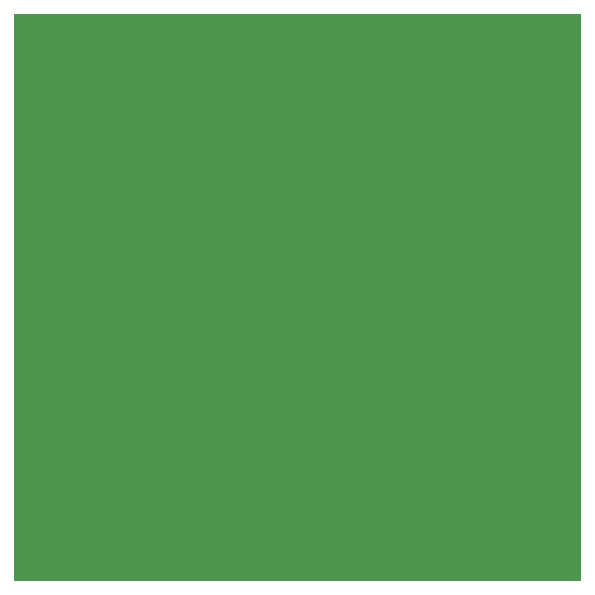
<source format=gbl>
G04*
G04 #@! TF.GenerationSoftware,Altium Limited,Altium Designer,24.5.2 (23)*
G04*
G04 Layer_Physical_Order=2*
G04 Layer_Color=16711680*
%FSLAX25Y25*%
%MOIN*%
G70*
G04*
G04 #@! TF.SameCoordinates,1BA70C70-AC76-4000-BBC4-16FF1EE58307*
G04*
G04*
G04 #@! TF.FilePolarity,Positive*
G04*
G01*
G75*
%ADD15R,0.16000X0.07000*%
%ADD24C,0.02400*%
G36*
X192913Y3937D02*
X3937D01*
Y192913D01*
X192913D01*
Y3937D01*
D02*
G37*
D15*
X157480Y183228D02*
D03*
Y163228D02*
D03*
X19685D02*
D03*
Y183228D02*
D03*
Y84488D02*
D03*
Y104488D02*
D03*
X153543D02*
D03*
Y84488D02*
D03*
D24*
X64622Y23685D02*
D03*
Y15685D02*
D03*
X59622Y23685D02*
D03*
Y15685D02*
D03*
X54622Y23685D02*
D03*
Y15685D02*
D03*
X49622Y23685D02*
D03*
Y15685D02*
D03*
X44622Y23685D02*
D03*
Y15685D02*
D03*
X39622Y23685D02*
D03*
Y15685D02*
D03*
X34622D02*
D03*
Y23685D02*
D03*
X159205Y23087D02*
D03*
Y15087D02*
D03*
X154205Y23087D02*
D03*
Y15087D02*
D03*
X149205Y23087D02*
D03*
Y15087D02*
D03*
X144205Y23087D02*
D03*
Y15087D02*
D03*
X139205Y23087D02*
D03*
Y15087D02*
D03*
X134205Y23087D02*
D03*
Y15087D02*
D03*
X129205Y23087D02*
D03*
Y15087D02*
D03*
X124205D02*
D03*
Y23087D02*
D03*
X183685Y190228D02*
D03*
X177685D02*
D03*
X171685D02*
D03*
X185685Y6228D02*
D03*
X180685D02*
D03*
X175685D02*
D03*
X190000Y10000D02*
D03*
Y45000D02*
D03*
Y40000D02*
D03*
Y35000D02*
D03*
Y30000D02*
D03*
Y25000D02*
D03*
Y20000D02*
D03*
Y15000D02*
D03*
X5685Y25228D02*
D03*
Y20228D02*
D03*
Y15228D02*
D03*
Y10228D02*
D03*
X190000Y185000D02*
D03*
Y180000D02*
D03*
Y175000D02*
D03*
Y170000D02*
D03*
Y165000D02*
D03*
Y160000D02*
D03*
Y155000D02*
D03*
Y150000D02*
D03*
Y145000D02*
D03*
Y140000D02*
D03*
Y135000D02*
D03*
Y130000D02*
D03*
Y125000D02*
D03*
Y120000D02*
D03*
Y115000D02*
D03*
Y110000D02*
D03*
Y105000D02*
D03*
Y100000D02*
D03*
Y95000D02*
D03*
Y90000D02*
D03*
Y85000D02*
D03*
Y80000D02*
D03*
Y75000D02*
D03*
Y70000D02*
D03*
Y65000D02*
D03*
Y60000D02*
D03*
Y55000D02*
D03*
Y50000D02*
D03*
Y45000D02*
D03*
X5685Y190228D02*
D03*
Y185228D02*
D03*
Y180228D02*
D03*
Y175228D02*
D03*
Y170228D02*
D03*
Y165228D02*
D03*
Y160228D02*
D03*
Y155228D02*
D03*
Y150228D02*
D03*
Y145228D02*
D03*
Y140228D02*
D03*
Y135228D02*
D03*
Y130228D02*
D03*
Y125228D02*
D03*
Y120228D02*
D03*
Y115228D02*
D03*
Y110228D02*
D03*
Y105228D02*
D03*
Y100228D02*
D03*
Y95228D02*
D03*
Y90228D02*
D03*
Y85228D02*
D03*
Y80228D02*
D03*
Y75228D02*
D03*
Y70228D02*
D03*
Y65228D02*
D03*
Y60228D02*
D03*
Y55228D02*
D03*
Y50228D02*
D03*
Y45228D02*
D03*
Y40228D02*
D03*
Y35228D02*
D03*
Y30228D02*
D03*
X190000Y190000D02*
D03*
X165685Y190228D02*
D03*
X160685D02*
D03*
X155685D02*
D03*
X150685D02*
D03*
X145685D02*
D03*
X140685D02*
D03*
X135685D02*
D03*
X130685D02*
D03*
X125685D02*
D03*
X120685D02*
D03*
X115685D02*
D03*
X110685D02*
D03*
X105685D02*
D03*
X100685D02*
D03*
X95685D02*
D03*
X90685D02*
D03*
X85685D02*
D03*
X80685D02*
D03*
X75685D02*
D03*
X70685D02*
D03*
X65685D02*
D03*
X60685D02*
D03*
X55685D02*
D03*
X50685D02*
D03*
X45685D02*
D03*
X40685D02*
D03*
X35685D02*
D03*
X30685D02*
D03*
X25685D02*
D03*
X20685D02*
D03*
X15685D02*
D03*
X10685D02*
D03*
X170685Y6228D02*
D03*
X165685D02*
D03*
X160685D02*
D03*
X155685D02*
D03*
X150685D02*
D03*
X145685D02*
D03*
X140685D02*
D03*
X135685D02*
D03*
X130685D02*
D03*
X125685D02*
D03*
X120685D02*
D03*
X115685D02*
D03*
X110685D02*
D03*
X105685D02*
D03*
X100685D02*
D03*
X95685D02*
D03*
X90685D02*
D03*
X85685D02*
D03*
X80685D02*
D03*
X75685D02*
D03*
X70685D02*
D03*
X65685D02*
D03*
X60685D02*
D03*
X55685D02*
D03*
X50685D02*
D03*
X45685D02*
D03*
X40685D02*
D03*
X35685D02*
D03*
X30685D02*
D03*
X25685D02*
D03*
X20685D02*
D03*
X15685D02*
D03*
X10685D02*
D03*
X5685D02*
D03*
X34622Y59118D02*
D03*
Y51118D02*
D03*
X39622D02*
D03*
Y59118D02*
D03*
X44622Y51118D02*
D03*
Y59118D02*
D03*
X49622Y51118D02*
D03*
Y59118D02*
D03*
X54622Y51118D02*
D03*
Y59118D02*
D03*
X59622Y51118D02*
D03*
Y59118D02*
D03*
X64622Y51118D02*
D03*
Y59118D02*
D03*
X69622Y51118D02*
D03*
Y59118D02*
D03*
X74622Y51118D02*
D03*
Y59118D02*
D03*
X79622Y51118D02*
D03*
Y59118D02*
D03*
X84622Y51118D02*
D03*
Y59118D02*
D03*
X89622Y51118D02*
D03*
Y59118D02*
D03*
X94622Y51118D02*
D03*
Y59118D02*
D03*
X99622Y51118D02*
D03*
Y59118D02*
D03*
X104622Y51118D02*
D03*
Y59118D02*
D03*
X109622Y51118D02*
D03*
Y59118D02*
D03*
X114622Y51118D02*
D03*
Y59118D02*
D03*
X119622Y51118D02*
D03*
Y59118D02*
D03*
X124622Y51118D02*
D03*
Y59118D02*
D03*
X129622Y51118D02*
D03*
Y59118D02*
D03*
X134622Y51118D02*
D03*
Y59118D02*
D03*
X139622Y51118D02*
D03*
Y59118D02*
D03*
X144622Y51118D02*
D03*
Y59118D02*
D03*
X35016Y137071D02*
D03*
Y129071D02*
D03*
X40016D02*
D03*
Y137071D02*
D03*
X45016Y129071D02*
D03*
Y137071D02*
D03*
X50016Y129071D02*
D03*
Y137071D02*
D03*
X55016Y129071D02*
D03*
Y137071D02*
D03*
X60016Y129071D02*
D03*
Y137071D02*
D03*
X65016Y129071D02*
D03*
Y137071D02*
D03*
X70016Y129071D02*
D03*
Y137071D02*
D03*
X75016Y129071D02*
D03*
Y137071D02*
D03*
X80016Y129071D02*
D03*
Y137071D02*
D03*
X85016Y129071D02*
D03*
Y137071D02*
D03*
X90016Y129071D02*
D03*
Y137071D02*
D03*
X95016Y129071D02*
D03*
Y137071D02*
D03*
X100016Y129071D02*
D03*
Y137071D02*
D03*
X105016Y129071D02*
D03*
Y137071D02*
D03*
X110016Y129071D02*
D03*
Y137071D02*
D03*
X115016Y129071D02*
D03*
Y137071D02*
D03*
X120016Y129071D02*
D03*
Y137071D02*
D03*
X125016Y129071D02*
D03*
Y137071D02*
D03*
X130016Y129071D02*
D03*
Y137071D02*
D03*
X135016Y129071D02*
D03*
Y137071D02*
D03*
X140016Y129071D02*
D03*
Y137071D02*
D03*
X145016Y129071D02*
D03*
Y137071D02*
D03*
X30685Y98488D02*
D03*
Y90488D02*
D03*
X35685D02*
D03*
Y98488D02*
D03*
X40685Y90488D02*
D03*
Y98488D02*
D03*
X45685Y90488D02*
D03*
Y98488D02*
D03*
X50685Y90488D02*
D03*
Y98488D02*
D03*
X55685Y90488D02*
D03*
Y98488D02*
D03*
X60685Y90488D02*
D03*
Y98488D02*
D03*
X65685Y90488D02*
D03*
Y98488D02*
D03*
X70685Y90488D02*
D03*
Y98488D02*
D03*
X75685Y90488D02*
D03*
Y98488D02*
D03*
X80685Y90488D02*
D03*
Y98488D02*
D03*
X85685Y90488D02*
D03*
Y98488D02*
D03*
X90685Y90488D02*
D03*
Y98488D02*
D03*
X95685Y90488D02*
D03*
Y98488D02*
D03*
X100685Y90488D02*
D03*
Y98488D02*
D03*
X105685Y90488D02*
D03*
Y98488D02*
D03*
X110685Y90488D02*
D03*
Y98488D02*
D03*
X115685Y90488D02*
D03*
Y98488D02*
D03*
X120685Y90488D02*
D03*
Y98488D02*
D03*
X125685Y90488D02*
D03*
Y98488D02*
D03*
X130685Y90488D02*
D03*
Y98488D02*
D03*
X135685Y90488D02*
D03*
Y98488D02*
D03*
X140685Y90488D02*
D03*
Y98488D02*
D03*
X145685Y177228D02*
D03*
Y169228D02*
D03*
X140685Y177228D02*
D03*
Y169228D02*
D03*
X135685Y177228D02*
D03*
Y169228D02*
D03*
X130685Y177228D02*
D03*
Y169228D02*
D03*
X125685Y177228D02*
D03*
Y169228D02*
D03*
X120685Y177228D02*
D03*
Y169228D02*
D03*
X115685Y177228D02*
D03*
Y169228D02*
D03*
X110685Y177228D02*
D03*
Y169228D02*
D03*
X105685Y177228D02*
D03*
Y169228D02*
D03*
X100685Y177228D02*
D03*
Y169228D02*
D03*
X95685Y177228D02*
D03*
Y169228D02*
D03*
X90685Y177228D02*
D03*
Y169228D02*
D03*
X85685Y177228D02*
D03*
Y169228D02*
D03*
X80685Y177228D02*
D03*
Y169228D02*
D03*
X75685Y177228D02*
D03*
Y169228D02*
D03*
X70685Y177228D02*
D03*
Y169228D02*
D03*
X65685Y177228D02*
D03*
Y169228D02*
D03*
X60685Y177228D02*
D03*
Y169228D02*
D03*
X55685Y177228D02*
D03*
Y169228D02*
D03*
X50685Y177228D02*
D03*
Y169228D02*
D03*
X45685Y177228D02*
D03*
Y169228D02*
D03*
X40685Y177228D02*
D03*
Y169228D02*
D03*
X35685Y177228D02*
D03*
Y169228D02*
D03*
X30685D02*
D03*
Y177228D02*
D03*
M02*

</source>
